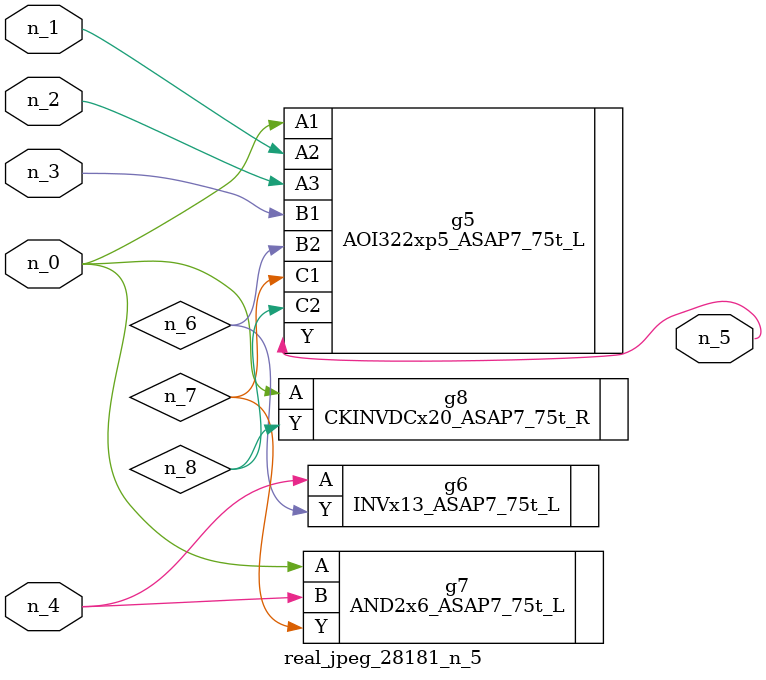
<source format=v>
module real_jpeg_28181_n_5 (n_4, n_0, n_1, n_2, n_3, n_5);

input n_4;
input n_0;
input n_1;
input n_2;
input n_3;

output n_5;

wire n_8;
wire n_6;
wire n_7;

AOI322xp5_ASAP7_75t_L g5 ( 
.A1(n_0),
.A2(n_1),
.A3(n_2),
.B1(n_3),
.B2(n_6),
.C1(n_7),
.C2(n_8),
.Y(n_5)
);

AND2x6_ASAP7_75t_L g7 ( 
.A(n_0),
.B(n_4),
.Y(n_7)
);

CKINVDCx20_ASAP7_75t_R g8 ( 
.A(n_0),
.Y(n_8)
);

INVx13_ASAP7_75t_L g6 ( 
.A(n_4),
.Y(n_6)
);


endmodule
</source>
